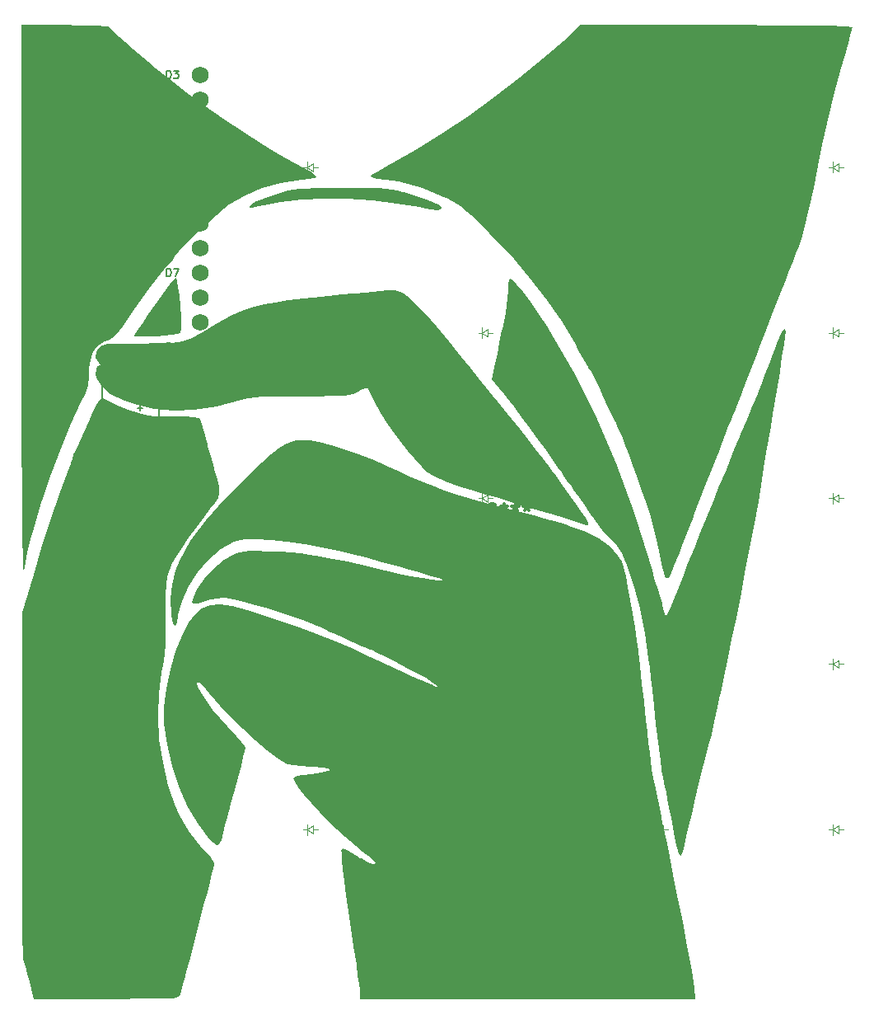
<source format=gbr>
%TF.GenerationSoftware,KiCad,Pcbnew,(6.0.4)*%
%TF.CreationDate,2022-07-18T01:28:08-04:00*%
%TF.ProjectId,lisa,6c697361-2e6b-4696-9361-645f70636258,v1.0.0*%
%TF.SameCoordinates,Original*%
%TF.FileFunction,Legend,Top*%
%TF.FilePolarity,Positive*%
%FSLAX46Y46*%
G04 Gerber Fmt 4.6, Leading zero omitted, Abs format (unit mm)*
G04 Created by KiCad (PCBNEW (6.0.4)) date 2022-07-18 01:28:08*
%MOMM*%
%LPD*%
G01*
G04 APERTURE LIST*
%ADD10C,0.300000*%
%ADD11C,0.150000*%
%ADD12C,0.100000*%
%ADD13R,1.752600X1.752600*%
%ADD14C,1.752600*%
G04 APERTURE END LIST*
D10*
%TO.C,G\u002A\u002A\u002A*%
X18957428Y28862000D02*
X18812285Y28934571D01*
X18594571Y28934571D01*
X18376857Y28862000D01*
X18231714Y28716857D01*
X18159142Y28571714D01*
X18086571Y28281428D01*
X18086571Y28063714D01*
X18159142Y27773428D01*
X18231714Y27628285D01*
X18376857Y27483142D01*
X18594571Y27410571D01*
X18739714Y27410571D01*
X18957428Y27483142D01*
X19030000Y27555714D01*
X19030000Y28063714D01*
X18739714Y28063714D01*
X19900857Y28934571D02*
X19900857Y28571714D01*
X19538000Y28716857D02*
X19900857Y28571714D01*
X20263714Y28716857D01*
X19683142Y28281428D02*
X19900857Y28571714D01*
X20118571Y28281428D01*
X21062000Y28934571D02*
X21062000Y28571714D01*
X20699142Y28716857D02*
X21062000Y28571714D01*
X21424857Y28716857D01*
X20844285Y28281428D02*
X21062000Y28571714D01*
X21279714Y28281428D01*
X22223142Y28934571D02*
X22223142Y28571714D01*
X21860285Y28716857D02*
X22223142Y28571714D01*
X22586000Y28716857D01*
X22005428Y28281428D02*
X22223142Y28571714D01*
X22440857Y28281428D01*
D11*
%TO.C,MCU1*%
X-24352380Y72608095D02*
X-24619047Y72989047D01*
X-24809523Y72608095D02*
X-24809523Y73408095D01*
X-24504761Y73408095D01*
X-24428571Y73370000D01*
X-24390476Y73331904D01*
X-24352380Y73255714D01*
X-24352380Y73141428D01*
X-24390476Y73065238D01*
X-24428571Y73027142D01*
X-24504761Y72989047D01*
X-24809523Y72989047D01*
X-24047619Y72836666D02*
X-23666666Y72836666D01*
X-24123809Y72608095D02*
X-23857142Y73408095D01*
X-23590476Y72608095D01*
X-23400000Y73408095D02*
X-23209523Y72608095D01*
X-23057142Y73179523D01*
X-22904761Y72608095D01*
X-22714285Y73408095D01*
X-24409523Y70830000D02*
X-24485714Y70868095D01*
X-24600000Y70868095D01*
X-24714285Y70830000D01*
X-24790476Y70753809D01*
X-24828571Y70677619D01*
X-24866666Y70525238D01*
X-24866666Y70410952D01*
X-24828571Y70258571D01*
X-24790476Y70182380D01*
X-24714285Y70106190D01*
X-24600000Y70068095D01*
X-24523809Y70068095D01*
X-24409523Y70106190D01*
X-24371428Y70144285D01*
X-24371428Y70410952D01*
X-24523809Y70410952D01*
X-24028571Y70068095D02*
X-24028571Y70868095D01*
X-23571428Y70068095D01*
X-23571428Y70868095D01*
X-23190476Y70068095D02*
X-23190476Y70868095D01*
X-23000000Y70868095D01*
X-22885714Y70830000D01*
X-22809523Y70753809D01*
X-22771428Y70677619D01*
X-22733333Y70525238D01*
X-22733333Y70410952D01*
X-22771428Y70258571D01*
X-22809523Y70182380D01*
X-22885714Y70106190D01*
X-23000000Y70068095D01*
X-23190476Y70068095D01*
X-24238095Y67528095D02*
X-24504761Y67909047D01*
X-24695238Y67528095D02*
X-24695238Y68328095D01*
X-24390476Y68328095D01*
X-24314285Y68290000D01*
X-24276190Y68251904D01*
X-24238095Y68175714D01*
X-24238095Y68061428D01*
X-24276190Y67985238D01*
X-24314285Y67947142D01*
X-24390476Y67909047D01*
X-24695238Y67909047D01*
X-23933333Y67566190D02*
X-23819047Y67528095D01*
X-23628571Y67528095D01*
X-23552380Y67566190D01*
X-23514285Y67604285D01*
X-23476190Y67680476D01*
X-23476190Y67756666D01*
X-23514285Y67832857D01*
X-23552380Y67870952D01*
X-23628571Y67909047D01*
X-23780952Y67947142D01*
X-23857142Y67985238D01*
X-23895238Y68023333D01*
X-23933333Y68099523D01*
X-23933333Y68175714D01*
X-23895238Y68251904D01*
X-23857142Y68290000D01*
X-23780952Y68328095D01*
X-23590476Y68328095D01*
X-23476190Y68290000D01*
X-23247619Y68328095D02*
X-22790476Y68328095D01*
X-23019047Y67528095D02*
X-23019047Y68328095D01*
X-24866666Y65788095D02*
X-24600000Y64988095D01*
X-24333333Y65788095D01*
X-23609523Y65064285D02*
X-23647619Y65026190D01*
X-23761904Y64988095D01*
X-23838095Y64988095D01*
X-23952380Y65026190D01*
X-24028571Y65102380D01*
X-24066666Y65178571D01*
X-24104761Y65330952D01*
X-24104761Y65445238D01*
X-24066666Y65597619D01*
X-24028571Y65673809D01*
X-23952380Y65750000D01*
X-23838095Y65788095D01*
X-23761904Y65788095D01*
X-23647619Y65750000D01*
X-23609523Y65711904D01*
X-22809523Y65064285D02*
X-22847619Y65026190D01*
X-22961904Y64988095D01*
X-23038095Y64988095D01*
X-23152380Y65026190D01*
X-23228571Y65102380D01*
X-23266666Y65178571D01*
X-23304761Y65330952D01*
X-23304761Y65445238D01*
X-23266666Y65597619D01*
X-23228571Y65673809D01*
X-23152380Y65750000D01*
X-23038095Y65788095D01*
X-22961904Y65788095D01*
X-22847619Y65750000D01*
X-22809523Y65711904D01*
X-24066666Y62867142D02*
X-24333333Y62867142D01*
X-24333333Y62448095D02*
X-24333333Y63248095D01*
X-23952380Y63248095D01*
X-23304761Y62981428D02*
X-23304761Y62448095D01*
X-23495238Y63286190D02*
X-23685714Y62714761D01*
X-23190476Y62714761D01*
X-24066666Y60327142D02*
X-24333333Y60327142D01*
X-24333333Y59908095D02*
X-24333333Y60708095D01*
X-23952380Y60708095D01*
X-23266666Y60708095D02*
X-23647619Y60708095D01*
X-23685714Y60327142D01*
X-23647619Y60365238D01*
X-23571428Y60403333D01*
X-23380952Y60403333D01*
X-23304761Y60365238D01*
X-23266666Y60327142D01*
X-23228571Y60250952D01*
X-23228571Y60060476D01*
X-23266666Y59984285D01*
X-23304761Y59946190D01*
X-23380952Y59908095D01*
X-23571428Y59908095D01*
X-23647619Y59946190D01*
X-23685714Y59984285D01*
X-24066666Y57787142D02*
X-24333333Y57787142D01*
X-24333333Y57368095D02*
X-24333333Y58168095D01*
X-23952380Y58168095D01*
X-23304761Y58168095D02*
X-23457142Y58168095D01*
X-23533333Y58130000D01*
X-23571428Y58091904D01*
X-23647619Y57977619D01*
X-23685714Y57825238D01*
X-23685714Y57520476D01*
X-23647619Y57444285D01*
X-23609523Y57406190D01*
X-23533333Y57368095D01*
X-23380952Y57368095D01*
X-23304761Y57406190D01*
X-23266666Y57444285D01*
X-23228571Y57520476D01*
X-23228571Y57710952D01*
X-23266666Y57787142D01*
X-23304761Y57825238D01*
X-23380952Y57863333D01*
X-23533333Y57863333D01*
X-23609523Y57825238D01*
X-23647619Y57787142D01*
X-23685714Y57710952D01*
X-24066666Y55247142D02*
X-24333333Y55247142D01*
X-24333333Y54828095D02*
X-24333333Y55628095D01*
X-23952380Y55628095D01*
X-23723809Y55628095D02*
X-23190476Y55628095D01*
X-23533333Y54828095D01*
X-24123809Y52707142D02*
X-24009523Y52669047D01*
X-23971428Y52630952D01*
X-23933333Y52554761D01*
X-23933333Y52440476D01*
X-23971428Y52364285D01*
X-24009523Y52326190D01*
X-24085714Y52288095D01*
X-24390476Y52288095D01*
X-24390476Y53088095D01*
X-24123809Y53088095D01*
X-24047619Y53050000D01*
X-24009523Y53011904D01*
X-23971428Y52935714D01*
X-23971428Y52859523D01*
X-24009523Y52783333D01*
X-24047619Y52745238D01*
X-24123809Y52707142D01*
X-24390476Y52707142D01*
X-23171428Y52288095D02*
X-23628571Y52288095D01*
X-23400000Y52288095D02*
X-23400000Y53088095D01*
X-23476190Y52973809D01*
X-23552380Y52897619D01*
X-23628571Y52859523D01*
X-24123809Y50167142D02*
X-24009523Y50129047D01*
X-23971428Y50090952D01*
X-23933333Y50014761D01*
X-23933333Y49900476D01*
X-23971428Y49824285D01*
X-24009523Y49786190D01*
X-24085714Y49748095D01*
X-24390476Y49748095D01*
X-24390476Y50548095D01*
X-24123809Y50548095D01*
X-24047619Y50510000D01*
X-24009523Y50471904D01*
X-23971428Y50395714D01*
X-23971428Y50319523D01*
X-24009523Y50243333D01*
X-24047619Y50205238D01*
X-24123809Y50167142D01*
X-24390476Y50167142D01*
X-23666666Y50548095D02*
X-23171428Y50548095D01*
X-23438095Y50243333D01*
X-23323809Y50243333D01*
X-23247619Y50205238D01*
X-23209523Y50167142D01*
X-23171428Y50090952D01*
X-23171428Y49900476D01*
X-23209523Y49824285D01*
X-23247619Y49786190D01*
X-23323809Y49748095D01*
X-23552380Y49748095D01*
X-23628571Y49786190D01*
X-23666666Y49824285D01*
X-24123809Y47627142D02*
X-24009523Y47589047D01*
X-23971428Y47550952D01*
X-23933333Y47474761D01*
X-23933333Y47360476D01*
X-23971428Y47284285D01*
X-24009523Y47246190D01*
X-24085714Y47208095D01*
X-24390476Y47208095D01*
X-24390476Y48008095D01*
X-24123809Y48008095D01*
X-24047619Y47970000D01*
X-24009523Y47931904D01*
X-23971428Y47855714D01*
X-23971428Y47779523D01*
X-24009523Y47703333D01*
X-24047619Y47665238D01*
X-24123809Y47627142D01*
X-24390476Y47627142D01*
X-23628571Y47931904D02*
X-23590476Y47970000D01*
X-23514285Y48008095D01*
X-23323809Y48008095D01*
X-23247619Y47970000D01*
X-23209523Y47931904D01*
X-23171428Y47855714D01*
X-23171428Y47779523D01*
X-23209523Y47665238D01*
X-23666666Y47208095D01*
X-23171428Y47208095D01*
X-24123809Y45087142D02*
X-24009523Y45049047D01*
X-23971428Y45010952D01*
X-23933333Y44934761D01*
X-23933333Y44820476D01*
X-23971428Y44744285D01*
X-24009523Y44706190D01*
X-24085714Y44668095D01*
X-24390476Y44668095D01*
X-24390476Y45468095D01*
X-24123809Y45468095D01*
X-24047619Y45430000D01*
X-24009523Y45391904D01*
X-23971428Y45315714D01*
X-23971428Y45239523D01*
X-24009523Y45163333D01*
X-24047619Y45125238D01*
X-24123809Y45087142D01*
X-24390476Y45087142D01*
X-23247619Y45468095D02*
X-23400000Y45468095D01*
X-23476190Y45430000D01*
X-23514285Y45391904D01*
X-23590476Y45277619D01*
X-23628571Y45125238D01*
X-23628571Y44820476D01*
X-23590476Y44744285D01*
X-23552380Y44706190D01*
X-23476190Y44668095D01*
X-23323809Y44668095D01*
X-23247619Y44706190D01*
X-23209523Y44744285D01*
X-23171428Y44820476D01*
X-23171428Y45010952D01*
X-23209523Y45087142D01*
X-23247619Y45125238D01*
X-23323809Y45163333D01*
X-23476190Y45163333D01*
X-23552380Y45125238D01*
X-23590476Y45087142D01*
X-23628571Y45010952D01*
X-14790476Y72608095D02*
X-14790476Y73408095D01*
X-14600000Y73408095D01*
X-14485714Y73370000D01*
X-14409523Y73293809D01*
X-14371428Y73217619D01*
X-14333333Y73065238D01*
X-14333333Y72950952D01*
X-14371428Y72798571D01*
X-14409523Y72722380D01*
X-14485714Y72646190D01*
X-14600000Y72608095D01*
X-14790476Y72608095D01*
X-14066666Y73408095D02*
X-13571428Y73408095D01*
X-13838095Y73103333D01*
X-13723809Y73103333D01*
X-13647619Y73065238D01*
X-13609523Y73027142D01*
X-13571428Y72950952D01*
X-13571428Y72760476D01*
X-13609523Y72684285D01*
X-13647619Y72646190D01*
X-13723809Y72608095D01*
X-13952380Y72608095D01*
X-14028571Y72646190D01*
X-14066666Y72684285D01*
X-14790476Y70068095D02*
X-14790476Y70868095D01*
X-14600000Y70868095D01*
X-14485714Y70830000D01*
X-14409523Y70753809D01*
X-14371428Y70677619D01*
X-14333333Y70525238D01*
X-14333333Y70410952D01*
X-14371428Y70258571D01*
X-14409523Y70182380D01*
X-14485714Y70106190D01*
X-14600000Y70068095D01*
X-14790476Y70068095D01*
X-14028571Y70791904D02*
X-13990476Y70830000D01*
X-13914285Y70868095D01*
X-13723809Y70868095D01*
X-13647619Y70830000D01*
X-13609523Y70791904D01*
X-13571428Y70715714D01*
X-13571428Y70639523D01*
X-13609523Y70525238D01*
X-14066666Y70068095D01*
X-13571428Y70068095D01*
X-14809523Y68290000D02*
X-14885714Y68328095D01*
X-15000000Y68328095D01*
X-15114285Y68290000D01*
X-15190476Y68213809D01*
X-15228571Y68137619D01*
X-15266666Y67985238D01*
X-15266666Y67870952D01*
X-15228571Y67718571D01*
X-15190476Y67642380D01*
X-15114285Y67566190D01*
X-15000000Y67528095D01*
X-14923809Y67528095D01*
X-14809523Y67566190D01*
X-14771428Y67604285D01*
X-14771428Y67870952D01*
X-14923809Y67870952D01*
X-14428571Y67528095D02*
X-14428571Y68328095D01*
X-13971428Y67528095D01*
X-13971428Y68328095D01*
X-13590476Y67528095D02*
X-13590476Y68328095D01*
X-13400000Y68328095D01*
X-13285714Y68290000D01*
X-13209523Y68213809D01*
X-13171428Y68137619D01*
X-13133333Y67985238D01*
X-13133333Y67870952D01*
X-13171428Y67718571D01*
X-13209523Y67642380D01*
X-13285714Y67566190D01*
X-13400000Y67528095D01*
X-13590476Y67528095D01*
X-14809523Y65750000D02*
X-14885714Y65788095D01*
X-15000000Y65788095D01*
X-15114285Y65750000D01*
X-15190476Y65673809D01*
X-15228571Y65597619D01*
X-15266666Y65445238D01*
X-15266666Y65330952D01*
X-15228571Y65178571D01*
X-15190476Y65102380D01*
X-15114285Y65026190D01*
X-15000000Y64988095D01*
X-14923809Y64988095D01*
X-14809523Y65026190D01*
X-14771428Y65064285D01*
X-14771428Y65330952D01*
X-14923809Y65330952D01*
X-14428571Y64988095D02*
X-14428571Y65788095D01*
X-13971428Y64988095D01*
X-13971428Y65788095D01*
X-13590476Y64988095D02*
X-13590476Y65788095D01*
X-13400000Y65788095D01*
X-13285714Y65750000D01*
X-13209523Y65673809D01*
X-13171428Y65597619D01*
X-13133333Y65445238D01*
X-13133333Y65330952D01*
X-13171428Y65178571D01*
X-13209523Y65102380D01*
X-13285714Y65026190D01*
X-13400000Y64988095D01*
X-13590476Y64988095D01*
X-14790476Y62448095D02*
X-14790476Y63248095D01*
X-14600000Y63248095D01*
X-14485714Y63210000D01*
X-14409523Y63133809D01*
X-14371428Y63057619D01*
X-14333333Y62905238D01*
X-14333333Y62790952D01*
X-14371428Y62638571D01*
X-14409523Y62562380D01*
X-14485714Y62486190D01*
X-14600000Y62448095D01*
X-14790476Y62448095D01*
X-13571428Y62448095D02*
X-14028571Y62448095D01*
X-13800000Y62448095D02*
X-13800000Y63248095D01*
X-13876190Y63133809D01*
X-13952380Y63057619D01*
X-14028571Y63019523D01*
X-14790476Y59908095D02*
X-14790476Y60708095D01*
X-14600000Y60708095D01*
X-14485714Y60670000D01*
X-14409523Y60593809D01*
X-14371428Y60517619D01*
X-14333333Y60365238D01*
X-14333333Y60250952D01*
X-14371428Y60098571D01*
X-14409523Y60022380D01*
X-14485714Y59946190D01*
X-14600000Y59908095D01*
X-14790476Y59908095D01*
X-13838095Y60708095D02*
X-13761904Y60708095D01*
X-13685714Y60670000D01*
X-13647619Y60631904D01*
X-13609523Y60555714D01*
X-13571428Y60403333D01*
X-13571428Y60212857D01*
X-13609523Y60060476D01*
X-13647619Y59984285D01*
X-13685714Y59946190D01*
X-13761904Y59908095D01*
X-13838095Y59908095D01*
X-13914285Y59946190D01*
X-13952380Y59984285D01*
X-13990476Y60060476D01*
X-14028571Y60212857D01*
X-14028571Y60403333D01*
X-13990476Y60555714D01*
X-13952380Y60631904D01*
X-13914285Y60670000D01*
X-13838095Y60708095D01*
X-14790476Y57368095D02*
X-14790476Y58168095D01*
X-14600000Y58168095D01*
X-14485714Y58130000D01*
X-14409523Y58053809D01*
X-14371428Y57977619D01*
X-14333333Y57825238D01*
X-14333333Y57710952D01*
X-14371428Y57558571D01*
X-14409523Y57482380D01*
X-14485714Y57406190D01*
X-14600000Y57368095D01*
X-14790476Y57368095D01*
X-13647619Y57901428D02*
X-13647619Y57368095D01*
X-13838095Y58206190D02*
X-14028571Y57634761D01*
X-13533333Y57634761D01*
X-14333333Y54904285D02*
X-14371428Y54866190D01*
X-14485714Y54828095D01*
X-14561904Y54828095D01*
X-14676190Y54866190D01*
X-14752380Y54942380D01*
X-14790476Y55018571D01*
X-14828571Y55170952D01*
X-14828571Y55285238D01*
X-14790476Y55437619D01*
X-14752380Y55513809D01*
X-14676190Y55590000D01*
X-14561904Y55628095D01*
X-14485714Y55628095D01*
X-14371428Y55590000D01*
X-14333333Y55551904D01*
X-13647619Y55628095D02*
X-13800000Y55628095D01*
X-13876190Y55590000D01*
X-13914285Y55551904D01*
X-13990476Y55437619D01*
X-14028571Y55285238D01*
X-14028571Y54980476D01*
X-13990476Y54904285D01*
X-13952380Y54866190D01*
X-13876190Y54828095D01*
X-13723809Y54828095D01*
X-13647619Y54866190D01*
X-13609523Y54904285D01*
X-13571428Y54980476D01*
X-13571428Y55170952D01*
X-13609523Y55247142D01*
X-13647619Y55285238D01*
X-13723809Y55323333D01*
X-13876190Y55323333D01*
X-13952380Y55285238D01*
X-13990476Y55247142D01*
X-14028571Y55170952D01*
X-14790476Y52288095D02*
X-14790476Y53088095D01*
X-14600000Y53088095D01*
X-14485714Y53050000D01*
X-14409523Y52973809D01*
X-14371428Y52897619D01*
X-14333333Y52745238D01*
X-14333333Y52630952D01*
X-14371428Y52478571D01*
X-14409523Y52402380D01*
X-14485714Y52326190D01*
X-14600000Y52288095D01*
X-14790476Y52288095D01*
X-14066666Y53088095D02*
X-13533333Y53088095D01*
X-13876190Y52288095D01*
X-14752380Y50167142D02*
X-14485714Y50167142D01*
X-14371428Y49748095D02*
X-14752380Y49748095D01*
X-14752380Y50548095D01*
X-14371428Y50548095D01*
X-13685714Y50548095D02*
X-13838095Y50548095D01*
X-13914285Y50510000D01*
X-13952380Y50471904D01*
X-14028571Y50357619D01*
X-14066666Y50205238D01*
X-14066666Y49900476D01*
X-14028571Y49824285D01*
X-13990476Y49786190D01*
X-13914285Y49748095D01*
X-13761904Y49748095D01*
X-13685714Y49786190D01*
X-13647619Y49824285D01*
X-13609523Y49900476D01*
X-13609523Y50090952D01*
X-13647619Y50167142D01*
X-13685714Y50205238D01*
X-13761904Y50243333D01*
X-13914285Y50243333D01*
X-13990476Y50205238D01*
X-14028571Y50167142D01*
X-14066666Y50090952D01*
X-14523809Y47627142D02*
X-14409523Y47589047D01*
X-14371428Y47550952D01*
X-14333333Y47474761D01*
X-14333333Y47360476D01*
X-14371428Y47284285D01*
X-14409523Y47246190D01*
X-14485714Y47208095D01*
X-14790476Y47208095D01*
X-14790476Y48008095D01*
X-14523809Y48008095D01*
X-14447619Y47970000D01*
X-14409523Y47931904D01*
X-14371428Y47855714D01*
X-14371428Y47779523D01*
X-14409523Y47703333D01*
X-14447619Y47665238D01*
X-14523809Y47627142D01*
X-14790476Y47627142D01*
X-13647619Y47741428D02*
X-13647619Y47208095D01*
X-13838095Y48046190D02*
X-14028571Y47474761D01*
X-13533333Y47474761D01*
X-14523809Y45087142D02*
X-14409523Y45049047D01*
X-14371428Y45010952D01*
X-14333333Y44934761D01*
X-14333333Y44820476D01*
X-14371428Y44744285D01*
X-14409523Y44706190D01*
X-14485714Y44668095D01*
X-14790476Y44668095D01*
X-14790476Y45468095D01*
X-14523809Y45468095D01*
X-14447619Y45430000D01*
X-14409523Y45391904D01*
X-14371428Y45315714D01*
X-14371428Y45239523D01*
X-14409523Y45163333D01*
X-14447619Y45125238D01*
X-14523809Y45087142D01*
X-14790476Y45087142D01*
X-13609523Y45468095D02*
X-13990476Y45468095D01*
X-14028571Y45087142D01*
X-13990476Y45125238D01*
X-13914285Y45163333D01*
X-13723809Y45163333D01*
X-13647619Y45125238D01*
X-13609523Y45087142D01*
X-13571428Y45010952D01*
X-13571428Y44820476D01*
X-13609523Y44744285D01*
X-13647619Y44706190D01*
X-13723809Y44668095D01*
X-13914285Y44668095D01*
X-13990476Y44706190D01*
X-14028571Y44744285D01*
%TO.C,G\u002A\u002A\u002A*%
G36*
X-21029546Y39640169D02*
G01*
X-20509514Y39321602D01*
X-19997960Y39064560D01*
X-19377278Y38818942D01*
X-18529861Y38534648D01*
X-18156982Y38416436D01*
X-17358476Y38184843D01*
X-16640206Y38033358D01*
X-15874743Y37946079D01*
X-14934658Y37907103D01*
X-14018785Y37900000D01*
X-12845511Y37885223D01*
X-12034683Y37838596D01*
X-11549758Y37756683D01*
X-11361804Y37650000D01*
X-11251689Y37369965D01*
X-11067116Y36784555D01*
X-10832657Y35975941D01*
X-10572888Y35026296D01*
X-10539394Y34900000D01*
X-10269300Y33885126D01*
X-10016428Y32947976D01*
X-9808406Y32190118D01*
X-9672862Y31713116D01*
X-9668944Y31700000D01*
X-9421831Y30740738D01*
X-9357663Y30043062D01*
X-9482718Y29509687D01*
X-9803274Y29043329D01*
X-9843164Y29000000D01*
X-10319584Y28441315D01*
X-10958958Y27618157D01*
X-11708081Y26602617D01*
X-12513749Y25466784D01*
X-13304045Y24310676D01*
X-13819327Y23518137D01*
X-14210293Y22829987D01*
X-14493980Y22170719D01*
X-14687425Y21464825D01*
X-14807668Y20636798D01*
X-14871744Y19611130D01*
X-14896692Y18312315D01*
X-14900000Y17237724D01*
X-14908654Y15725664D01*
X-14938596Y14528093D01*
X-14995794Y13559793D01*
X-15086221Y12735546D01*
X-15215846Y11970134D01*
X-15295672Y11589869D01*
X-15606973Y9492184D01*
X-15683843Y7182415D01*
X-15538901Y4763064D01*
X-15184768Y2336636D01*
X-14634064Y5634D01*
X-13899407Y-2127437D01*
X-13495877Y-3028935D01*
X-12538964Y-4646964D01*
X-11300751Y-6157780D01*
X-10712747Y-6817566D01*
X-10246289Y-7398358D01*
X-9960672Y-7822929D01*
X-9900000Y-7982183D01*
X-9923596Y-8160406D01*
X-9999102Y-8518706D01*
X-10133595Y-9084786D01*
X-10334154Y-9886347D01*
X-10607857Y-10951093D01*
X-10961781Y-12306724D01*
X-11403004Y-13980944D01*
X-11938604Y-16001453D01*
X-12204043Y-17000000D01*
X-12388597Y-17694844D01*
X-12626884Y-18593396D01*
X-12870375Y-19512654D01*
X-12893493Y-19600000D01*
X-13103894Y-20389537D01*
X-13285020Y-21059407D01*
X-13404825Y-21491355D01*
X-13421946Y-21550000D01*
X-13471887Y-21640516D01*
X-13587297Y-21714001D01*
X-13806220Y-21772213D01*
X-14166699Y-21816914D01*
X-14706779Y-21849864D01*
X-15464504Y-21872823D01*
X-16477918Y-21887553D01*
X-17785066Y-21895813D01*
X-19423991Y-21899365D01*
X-20985052Y-21900000D01*
X-28443148Y-21900000D01*
X-28891735Y-20150000D01*
X-29115037Y-19302103D01*
X-29323549Y-18550644D01*
X-29482833Y-18018379D01*
X-29522970Y-17900000D01*
X-29552148Y-17620079D01*
X-29578260Y-16964100D01*
X-29601134Y-15955995D01*
X-29620599Y-14619695D01*
X-29636483Y-12979133D01*
X-29648613Y-11058239D01*
X-29656820Y-8880945D01*
X-29660930Y-6471184D01*
X-29660773Y-3852885D01*
X-29656176Y-1049982D01*
X-29652810Y200000D01*
X-29600000Y17800000D01*
X-28456490Y21700000D01*
X-27669982Y24335177D01*
X-26941204Y26680883D01*
X-26277299Y28715631D01*
X-25685414Y30417931D01*
X-25172693Y31766294D01*
X-24882972Y32447821D01*
X-24652030Y33012469D01*
X-24515666Y33449052D01*
X-24500001Y33557821D01*
X-24386455Y33943000D01*
X-24339583Y34010001D01*
X-24203459Y34258785D01*
X-23949096Y34798861D01*
X-23612075Y35552277D01*
X-23227979Y36441084D01*
X-23202946Y36500000D01*
X-22791933Y37440945D01*
X-22397705Y38295146D01*
X-22065443Y38967611D01*
X-21842909Y39359600D01*
X-21555737Y39723037D01*
X-21320407Y39790768D01*
X-21029546Y39640169D01*
G37*
G36*
X-76200Y35441747D02*
G01*
X9055Y35434108D01*
X1219379Y35228911D01*
X2729404Y34814464D01*
X4505374Y34202435D01*
X6513529Y33404492D01*
X8720113Y32432305D01*
X8800000Y32395507D01*
X10182313Y31764726D01*
X11392820Y31232558D01*
X12501920Y30775001D01*
X13580014Y30368056D01*
X14697502Y29987720D01*
X15924784Y29609992D01*
X17332258Y29210872D01*
X18990327Y28766357D01*
X20900000Y28270307D01*
X22238732Y27925304D01*
X23263576Y27659510D01*
X24048082Y27452681D01*
X24665800Y27284572D01*
X25190279Y27134937D01*
X25695071Y26983532D01*
X26253724Y26810111D01*
X26600000Y26701341D01*
X28244494Y26083561D01*
X29660197Y25348256D01*
X30800777Y24527088D01*
X31619905Y23651718D01*
X31975476Y23027846D01*
X32168130Y22434858D01*
X32395807Y21522505D01*
X32643818Y20368320D01*
X32897473Y19049836D01*
X33142085Y17644587D01*
X33362965Y16230106D01*
X33545425Y14883927D01*
X33591045Y14500000D01*
X33835736Y12353876D01*
X34050832Y10454541D01*
X34253256Y8651497D01*
X34459930Y6794248D01*
X34603094Y5500000D01*
X34729958Y4371819D01*
X34845513Y3415031D01*
X34962952Y2550927D01*
X35095474Y1700795D01*
X35256275Y785926D01*
X35458550Y-272391D01*
X35715497Y-1552865D01*
X36040310Y-3134207D01*
X36095242Y-3400000D01*
X36710105Y-6390860D01*
X37274347Y-9170140D01*
X37783605Y-11715164D01*
X38233514Y-14003258D01*
X38619707Y-16011748D01*
X38937820Y-17717959D01*
X39183487Y-19099216D01*
X39352345Y-20132846D01*
X39435337Y-20750000D01*
X39556982Y-21900000D01*
X5100000Y-21900000D01*
X5100000Y-21402848D01*
X5070206Y-21020299D01*
X4988900Y-20336705D01*
X4868190Y-19445933D01*
X4720185Y-18441845D01*
X4706514Y-18352848D01*
X4423526Y-16484639D01*
X4155618Y-14654464D01*
X3908458Y-12906155D01*
X3687711Y-11283542D01*
X3499048Y-9830454D01*
X3348134Y-8590724D01*
X3240639Y-7608181D01*
X3182229Y-6926655D01*
X3178573Y-6589977D01*
X3183117Y-6571874D01*
X3314390Y-6442187D01*
X3587758Y-6516096D01*
X4079734Y-6817845D01*
X4183986Y-6888982D01*
X4716099Y-7231581D01*
X5126026Y-7453291D01*
X5269368Y-7500000D01*
X5518651Y-7639524D01*
X5533333Y-7669058D01*
X5740915Y-7834301D01*
X6115837Y-7961439D01*
X6489719Y-8013269D01*
X6694183Y-7952593D01*
X6700000Y-7926812D01*
X6548700Y-7703635D01*
X6181355Y-7407118D01*
X6150000Y-7386320D01*
X5695623Y-7068991D01*
X5378465Y-6813319D01*
X5139061Y-6599463D01*
X4670183Y-6192927D01*
X4047807Y-5659289D01*
X3575952Y-5257508D01*
X2735227Y-4503523D01*
X1842490Y-3634565D01*
X948848Y-2708060D01*
X105409Y-1781437D01*
X-636721Y-912121D01*
X-1226435Y-157541D01*
X-1612624Y424877D01*
X-1737787Y713361D01*
X-1678304Y862124D01*
X-1389034Y983075D01*
X-812969Y1091442D01*
X83717Y1200000D01*
X1126239Y1335652D01*
X1769288Y1474427D01*
X2013273Y1609777D01*
X1858603Y1735159D01*
X1305687Y1844026D01*
X354936Y1929833D01*
X36939Y1947848D01*
X-886051Y2015991D01*
X-1702124Y2114312D01*
X-2300631Y2227505D01*
X-2520035Y2301526D01*
X-3424324Y2856862D01*
X-4509751Y3665491D01*
X-5709706Y4666668D01*
X-6957580Y5799646D01*
X-8186762Y7003680D01*
X-9330642Y8218025D01*
X-10322610Y9381934D01*
X-10423286Y9508977D01*
X-11025204Y10222385D01*
X-11435777Y10604962D01*
X-11651219Y10679176D01*
X-11667744Y10467496D01*
X-11481566Y9992392D01*
X-11088899Y9276334D01*
X-10593303Y8500000D01*
X-10050279Y7770206D01*
X-9332169Y6910463D01*
X-8558705Y6061163D01*
X-8209581Y5705006D01*
X-7586661Y5060248D01*
X-7088770Y4491885D01*
X-6776315Y4072178D01*
X-6700000Y3899252D01*
X-6752633Y3572354D01*
X-6901066Y2916422D01*
X-7131103Y1987003D01*
X-7428546Y839642D01*
X-7779201Y-470116D01*
X-8168868Y-1886724D01*
X-8284448Y-2300000D01*
X-8528309Y-3193660D01*
X-8762329Y-4092665D01*
X-8935278Y-4800000D01*
X-9152292Y-5600639D01*
X-9374862Y-6028525D01*
X-9646486Y-6109103D01*
X-10010664Y-5867814D01*
X-10283231Y-5588444D01*
X-11492006Y-4027008D01*
X-12576401Y-2173948D01*
X-13504256Y-121382D01*
X-14243409Y2038572D01*
X-14761702Y4213794D01*
X-15026974Y6312165D01*
X-15027166Y8000000D01*
X-14795606Y9996205D01*
X-14401267Y11946049D01*
X-13868344Y13775754D01*
X-13221035Y15411540D01*
X-12483534Y16779631D01*
X-11882103Y17589828D01*
X-11179460Y18192329D01*
X-10331038Y18535329D01*
X-9294127Y18622470D01*
X-8026018Y18457395D01*
X-6500000Y18048812D01*
X-3911987Y17212150D01*
X-1628278Y16431360D01*
X436945Y15673975D01*
X2369499Y14907531D01*
X4255205Y14099562D01*
X5800000Y13395740D01*
X7324644Y12685058D01*
X8533402Y12123178D01*
X9472517Y11689013D01*
X10188233Y11361477D01*
X10726794Y11119483D01*
X11134442Y10941944D01*
X11457422Y10807774D01*
X11600000Y10750997D01*
X12160791Y10508958D01*
X12581024Y10289698D01*
X12654833Y10239842D01*
X12929811Y10120086D01*
X13011074Y10144409D01*
X12947826Y10303340D01*
X12561668Y10602128D01*
X11836519Y11052300D01*
X11362760Y11325854D01*
X10877876Y11589803D01*
X10185445Y11951988D01*
X9360687Y12374752D01*
X8478824Y12820438D01*
X7615078Y13251387D01*
X6844670Y13629942D01*
X6242822Y13918445D01*
X5884754Y14079238D01*
X5821383Y14100000D01*
X5603747Y14178724D01*
X5114489Y14388763D01*
X4443822Y14690919D01*
X4157631Y14822915D01*
X3321531Y15208459D01*
X2516425Y15575497D01*
X1892494Y15855647D01*
X1800000Y15896402D01*
X1096546Y16204853D01*
X400565Y16510305D01*
X300000Y16554474D01*
X-619337Y16925781D01*
X-1749485Y17332048D01*
X-3014624Y17751138D01*
X-4338933Y18160914D01*
X-5646593Y18539242D01*
X-6861783Y18863983D01*
X-7908683Y19113001D01*
X-8711472Y19264161D01*
X-9103775Y19300000D01*
X-9596300Y19240544D01*
X-10294422Y19086601D01*
X-10873415Y18923701D01*
X-11616380Y18722861D01*
X-12036948Y18688270D01*
X-12166442Y18773701D01*
X-12122550Y19055875D01*
X-11925511Y19570977D01*
X-11641733Y20160527D01*
X-10918694Y21243715D01*
X-9944292Y22297120D01*
X-8849550Y23193476D01*
X-7995356Y23702249D01*
X-7620628Y23870976D01*
X-7258915Y23987598D01*
X-6833065Y24058782D01*
X-6265927Y24091195D01*
X-5480351Y24091504D01*
X-4399187Y24066375D01*
X-3938119Y24052847D01*
X-2935960Y24013253D01*
X-1992558Y23951354D01*
X-1052258Y23857776D01*
X-59403Y23723145D01*
X1041660Y23538083D01*
X2306588Y23293217D01*
X3791035Y22979170D01*
X5550657Y22586568D01*
X7641109Y22106035D01*
X7700000Y22092371D01*
X9078022Y21783999D01*
X10372378Y21515691D01*
X11525157Y21297594D01*
X12478445Y21139852D01*
X13174330Y21052612D01*
X13554900Y21046018D01*
X13596156Y21059429D01*
X13572622Y21182277D01*
X13245255Y21314762D01*
X13198900Y21326301D01*
X12807218Y21428765D01*
X12111050Y21620184D01*
X11190133Y21878271D01*
X10124200Y22180740D01*
X9400000Y22388103D01*
X7394053Y22957734D01*
X5690291Y23424558D01*
X4209923Y23807654D01*
X2874155Y24126102D01*
X1604196Y24398981D01*
X321253Y24645370D01*
X-573869Y24803256D01*
X-2417603Y25080100D01*
X-4095045Y25254892D01*
X-5556781Y25325914D01*
X-6753395Y25291447D01*
X-7635475Y25149774D01*
X-7900000Y25058006D01*
X-9225090Y24289321D01*
X-10484340Y23211620D01*
X-11614718Y21909001D01*
X-12553191Y20465565D01*
X-13236727Y18965410D01*
X-13602293Y17492634D01*
X-13608704Y17441375D01*
X-13739555Y16724405D01*
X-13898039Y16399473D01*
X-14063534Y16461540D01*
X-14215416Y16905566D01*
X-14322210Y17615746D01*
X-14367848Y19112689D01*
X-14222399Y20637613D01*
X-13906946Y22050250D01*
X-13497018Y23105909D01*
X-12315040Y25120922D01*
X-10753258Y27237804D01*
X-8816865Y29449903D01*
X-7465411Y30831891D01*
X-6121742Y32144195D01*
X-5010477Y33193830D01*
X-4088011Y34007643D01*
X-3310741Y34612483D01*
X-2635063Y35035196D01*
X-2017373Y35302631D01*
X-1414069Y35441636D01*
X-781546Y35479059D01*
X-76200Y35441747D01*
G37*
G36*
X20744468Y51932839D02*
G01*
X21205327Y51452366D01*
X21821420Y50690101D01*
X22569008Y49677565D01*
X23424352Y48446276D01*
X24363713Y47027754D01*
X24830875Y46300000D01*
X27218324Y42235801D01*
X29422660Y37839822D01*
X31447240Y33104282D01*
X33295420Y28021399D01*
X34794426Y23200000D01*
X35120287Y22082865D01*
X35434831Y21027714D01*
X35709543Y20128599D01*
X35915909Y19479573D01*
X35976816Y19300000D01*
X36170378Y18659448D01*
X36284452Y18105225D01*
X36297089Y17950000D01*
X36374735Y17598694D01*
X36500000Y17500000D01*
X36694881Y17545757D01*
X36700000Y17559007D01*
X36772940Y17765083D01*
X36980226Y18298662D01*
X37304553Y19117109D01*
X37728617Y20177790D01*
X38235114Y21438071D01*
X38806741Y22855315D01*
X39426192Y24386888D01*
X40076164Y25990156D01*
X40739354Y27622483D01*
X41398456Y29241234D01*
X42036167Y30803774D01*
X42635182Y32267470D01*
X43178199Y33589685D01*
X43647912Y34727785D01*
X44027018Y35639134D01*
X44298212Y36281099D01*
X44306326Y36300000D01*
X44783046Y37409611D01*
X45140630Y38244362D01*
X45417272Y38897155D01*
X45651165Y39460890D01*
X45880502Y40028470D01*
X46143478Y40692794D01*
X46478285Y41546764D01*
X46773052Y42300000D01*
X47159926Y43300862D01*
X47526402Y44270996D01*
X47828315Y45092219D01*
X48006231Y45600000D01*
X48314963Y46411011D01*
X48573594Y46833871D01*
X48787247Y46876597D01*
X48809583Y46857083D01*
X48823673Y46652706D01*
X48773904Y46123010D01*
X48658585Y45256775D01*
X48476027Y44042783D01*
X48224541Y42469817D01*
X47902436Y40526658D01*
X47508022Y38202087D01*
X47490545Y38100000D01*
X47293543Y36929238D01*
X47067507Y35554072D01*
X46843604Y34165541D01*
X46691099Y33200000D01*
X46393919Y31373486D01*
X46026007Y29239497D01*
X45603004Y26881123D01*
X45140551Y24381452D01*
X44654288Y21823576D01*
X44159855Y19290582D01*
X43672892Y16865560D01*
X43209040Y14631599D01*
X43095801Y14100000D01*
X42899161Y13168446D01*
X42654267Y11987694D01*
X42390605Y10700921D01*
X42137659Y9451302D01*
X42107292Y9300000D01*
X41837050Y8009681D01*
X41525172Y6611227D01*
X41209355Y5269011D01*
X40927296Y4147409D01*
X40914737Y4100000D01*
X40561286Y2755819D01*
X40235645Y1483069D01*
X39913630Y183044D01*
X39571060Y-1242965D01*
X39183751Y-2893667D01*
X38881300Y-4200000D01*
X38640089Y-5213348D01*
X38417624Y-6088582D01*
X38234022Y-6750778D01*
X38109403Y-7125017D01*
X38082324Y-7175440D01*
X37946267Y-7117310D01*
X37788310Y-6761660D01*
X37735743Y-6575440D01*
X37626616Y-6094166D01*
X37462853Y-5317814D01*
X37264616Y-4344255D01*
X37052064Y-3271355D01*
X36999231Y-3000000D01*
X36776618Y-1855087D01*
X36555815Y-724204D01*
X36360315Y272618D01*
X36213612Y1015348D01*
X36196753Y1100000D01*
X36092026Y1717312D01*
X35958644Y2642525D01*
X35808462Y3785596D01*
X35653334Y5056483D01*
X35512199Y6300000D01*
X35301490Y8227837D01*
X35126756Y9810525D01*
X34981332Y11100635D01*
X34858553Y12150740D01*
X34751754Y13013411D01*
X34654270Y13741221D01*
X34559438Y14386741D01*
X34460592Y15002544D01*
X34351067Y15641200D01*
X34269832Y16100000D01*
X33780606Y18512791D01*
X33230753Y20619101D01*
X32627590Y22399542D01*
X31978435Y23834728D01*
X31290605Y24905271D01*
X30730994Y25475452D01*
X30271415Y25922157D01*
X29695786Y26600190D01*
X29094986Y27398561D01*
X28782826Y27854702D01*
X28190653Y28740339D01*
X27571113Y29642691D01*
X27022896Y30418878D01*
X26817544Y30700000D01*
X26370781Y31309055D01*
X26001865Y31826181D01*
X25800000Y32125072D01*
X25442010Y32669528D01*
X24888608Y33465427D01*
X24188170Y34447095D01*
X23389076Y35548855D01*
X22539705Y36705030D01*
X21688435Y37849945D01*
X20883645Y38917923D01*
X20173714Y39843289D01*
X19607021Y40560366D01*
X19411345Y40797937D01*
X18622691Y41735542D01*
X18976339Y43367771D01*
X19190329Y44373759D01*
X19414319Y45455696D01*
X19600568Y46382910D01*
X19603915Y46400000D01*
X19776415Y47244358D01*
X19954223Y48055974D01*
X20084150Y48600000D01*
X20194808Y49235220D01*
X20271562Y50067524D01*
X20295228Y50750000D01*
X20319630Y51426201D01*
X20379106Y51910517D01*
X20460886Y52099928D01*
X20462581Y52100000D01*
X20744468Y51932839D01*
G37*
G36*
X44618892Y78098206D02*
G01*
X47127388Y78092620D01*
X49273121Y78082937D01*
X51074704Y78068851D01*
X52550748Y78050056D01*
X53719865Y78026246D01*
X54600665Y77997117D01*
X55211761Y77962363D01*
X55571763Y77921678D01*
X55699283Y77874757D01*
X55700000Y77870621D01*
X55645402Y77598687D01*
X55496735Y77027706D01*
X55276690Y76241211D01*
X55007958Y75322737D01*
X55007326Y75320621D01*
X54461347Y73394392D01*
X53879842Y71167958D01*
X53285528Y68736851D01*
X52701122Y66196602D01*
X52149339Y63642744D01*
X51697155Y61400000D01*
X51259726Y59285430D01*
X50834476Y57510453D01*
X50427112Y56097652D01*
X50180780Y55400000D01*
X49905625Y54694514D01*
X49583193Y53868409D01*
X49198493Y52883316D01*
X48736533Y51700865D01*
X48182321Y50282687D01*
X47520866Y48590412D01*
X46737176Y46585670D01*
X46234549Y45300000D01*
X45778654Y44128302D01*
X45274249Y42823053D01*
X44795084Y41575468D01*
X44533953Y40890915D01*
X44177323Y39961396D01*
X43840871Y39100376D01*
X43568323Y38418911D01*
X43431485Y38090915D01*
X43235668Y37618126D01*
X42942668Y36882457D01*
X42596472Y35995290D01*
X42329329Y35300000D01*
X42044230Y34557752D01*
X41640694Y33514351D01*
X41146402Y32241001D01*
X40589036Y30808906D01*
X39996279Y29289270D01*
X39395811Y27753297D01*
X39335802Y27600000D01*
X38779844Y26178165D01*
X38268083Y24865955D01*
X37819647Y23712684D01*
X37453665Y22767666D01*
X37189262Y22080215D01*
X37045566Y21699644D01*
X37027960Y21650000D01*
X36806237Y21345162D01*
X36535626Y21352560D01*
X36395906Y21550000D01*
X36317008Y21844987D01*
X36180230Y22432128D01*
X36008354Y23211796D01*
X35904289Y23700000D01*
X35568074Y25223153D01*
X35227896Y26586347D01*
X34847126Y27916029D01*
X34389137Y29338642D01*
X33817302Y30980630D01*
X33702780Y31300000D01*
X33215728Y32652690D01*
X32836841Y33698070D01*
X32538798Y34505189D01*
X32294280Y35143094D01*
X32075967Y35680831D01*
X31856538Y36187449D01*
X31608675Y36731993D01*
X31305056Y37383513D01*
X31244550Y37512829D01*
X30598846Y38890195D01*
X30090991Y39965527D01*
X29690874Y40799816D01*
X29368385Y41454056D01*
X29093413Y41989242D01*
X28835850Y42466365D01*
X28565584Y42946421D01*
X28540805Y42989761D01*
X28064758Y43827550D01*
X27557871Y44728509D01*
X27239485Y45300000D01*
X25893040Y47529843D01*
X24270065Y49876991D01*
X22438128Y52254791D01*
X20464794Y54576595D01*
X18417632Y56755752D01*
X17923471Y57247272D01*
X16928526Y58202680D01*
X16116733Y58926402D01*
X15403838Y59484230D01*
X14705584Y59941954D01*
X13937717Y60365368D01*
X13916079Y60376504D01*
X11540903Y61386293D01*
X9087523Y62022912D01*
X7749209Y62205571D01*
X6855457Y62322116D01*
X6319280Y62468284D01*
X6154118Y62637441D01*
X6373410Y62822956D01*
X6440067Y62851692D01*
X6773408Y63012210D01*
X7352867Y63314933D01*
X8075987Y63705865D01*
X8402916Y63886159D01*
X10943673Y65365905D01*
X13602696Y67042725D01*
X16304443Y68861940D01*
X18973368Y70768874D01*
X21533929Y72708849D01*
X23910581Y74627186D01*
X26027780Y76469208D01*
X26866676Y77250000D01*
X27758047Y78100000D01*
X41729023Y78100000D01*
X44618892Y78098206D01*
G37*
G36*
X-23906655Y78092929D02*
G01*
X-22758641Y78073111D01*
X-21812406Y78042642D01*
X-21124395Y78003614D01*
X-20751055Y77958123D01*
X-20700001Y77933037D01*
X-20556373Y77742816D01*
X-20167830Y77358289D01*
X-19597880Y76839854D01*
X-19070204Y76383037D01*
X-18163006Y75611743D01*
X-17150273Y74748476D01*
X-16204996Y73940758D01*
X-15903150Y73682237D01*
X-14470934Y72507387D01*
X-12796366Y71221970D01*
X-10950596Y69874145D01*
X-9004773Y68512070D01*
X-7030046Y67183902D01*
X-5097565Y65937799D01*
X-3278479Y64821918D01*
X-1643937Y63884418D01*
X-668143Y63370359D01*
X-30101Y63024750D01*
X423124Y62729962D01*
X611987Y62539208D01*
X609611Y62515552D01*
X374802Y62417995D01*
X-150696Y62312234D01*
X-858655Y62219481D01*
X-945562Y62210735D01*
X-3077274Y61899667D01*
X-4958355Y61387583D01*
X-6704261Y60634648D01*
X-8347219Y59657050D01*
X-8927067Y59223247D01*
X-9678627Y58595928D01*
X-10532132Y57840609D01*
X-11417814Y57022810D01*
X-12265905Y56208048D01*
X-13006639Y55461842D01*
X-13570249Y54849709D01*
X-13860966Y54479122D01*
X-14175197Y54046049D01*
X-14641292Y53458714D01*
X-15043322Y52979122D01*
X-15743999Y52125501D01*
X-16572826Y51054007D01*
X-17446335Y49878265D01*
X-18281056Y48711900D01*
X-18993521Y47668537D01*
X-19334731Y47137315D01*
X-19882406Y46359140D01*
X-20358156Y45924470D01*
X-20612066Y45814844D01*
X-21132006Y45601210D01*
X-21711868Y45251042D01*
X-21806357Y45181592D01*
X-22193018Y44814971D01*
X-22461120Y44353397D01*
X-22636213Y43714414D01*
X-22743846Y42815565D01*
X-22792171Y42000000D01*
X-22891314Y41151673D01*
X-23138499Y40314987D01*
X-23582090Y39326530D01*
X-23585373Y39319950D01*
X-24609525Y37133667D01*
X-25650359Y34659840D01*
X-26664945Y32006461D01*
X-27610357Y29281517D01*
X-27767215Y28800000D01*
X-28132686Y27623632D01*
X-28481402Y26423309D01*
X-28792959Y25277444D01*
X-29046951Y24264447D01*
X-29222973Y23462733D01*
X-29300620Y22950711D01*
X-29302559Y22900000D01*
X-29381011Y22387422D01*
X-29500000Y22100000D01*
X-29529664Y22251502D01*
X-29557033Y22797961D01*
X-29582073Y23734343D01*
X-29604748Y25055613D01*
X-29625023Y26756735D01*
X-29642862Y28832673D01*
X-29658229Y31278393D01*
X-29671088Y34088859D01*
X-29681405Y37259036D01*
X-29689143Y40783888D01*
X-29694267Y44658380D01*
X-29696741Y48877476D01*
X-29696938Y49950000D01*
X-29700000Y78100000D01*
X-25200000Y78100000D01*
X-23906655Y78092929D01*
G37*
G36*
X9193477Y50718312D02*
G01*
X9560113Y50524652D01*
X10167846Y50072758D01*
X10926297Y49370351D01*
X11850699Y48400844D01*
X12956289Y47147652D01*
X14258303Y45594190D01*
X15532720Y44022918D01*
X16420670Y42917393D01*
X17285215Y41845094D01*
X18074480Y40870052D01*
X18736592Y40056300D01*
X19219677Y39467870D01*
X19340280Y39322918D01*
X19939998Y38594609D01*
X20676996Y37681120D01*
X21495496Y36653521D01*
X22339720Y35582879D01*
X23153892Y34540262D01*
X23882234Y33596739D01*
X24468968Y32823377D01*
X24852167Y32300000D01*
X25215045Y31790407D01*
X25745259Y31053769D01*
X26373746Y30185710D01*
X27031445Y29281854D01*
X27081625Y29213096D01*
X27793331Y28213847D01*
X28262203Y27492931D01*
X28502438Y27022189D01*
X28528233Y26773463D01*
X28353782Y26718597D01*
X28338196Y26720713D01*
X28101805Y26791644D01*
X27575629Y26966176D01*
X26847137Y27214950D01*
X26300000Y27404847D01*
X25458083Y27688819D01*
X24731725Y27915531D01*
X24220458Y28054860D01*
X24055469Y28084134D01*
X23730717Y28151121D01*
X23122456Y28319798D01*
X22325734Y28562648D01*
X21655469Y28778965D01*
X20615937Y29113408D01*
X19359136Y29504310D01*
X18052922Y29900067D01*
X17000000Y30210179D01*
X15266485Y30741190D01*
X13886984Y31233131D01*
X12819707Y31704749D01*
X12022868Y32174788D01*
X11454681Y32661995D01*
X11400000Y32722366D01*
X9997106Y34359054D01*
X8853459Y35793803D01*
X7926090Y37086713D01*
X7172029Y38297886D01*
X6548307Y39487423D01*
X6518545Y39550000D01*
X6205602Y40197560D01*
X5962352Y40675506D01*
X5834364Y40894836D01*
X5827349Y40900000D01*
X5635225Y40817800D01*
X5202458Y40607959D01*
X4887565Y40450000D01*
X4595089Y40310666D01*
X4299377Y40203276D01*
X3945513Y40123508D01*
X3478583Y40067043D01*
X2843672Y40029557D01*
X1985864Y40006731D01*
X850245Y39994242D01*
X-618101Y39987770D01*
X-1000000Y39986701D01*
X-2646742Y39977683D01*
X-3949027Y39958289D01*
X-4962334Y39925350D01*
X-5742143Y39875693D01*
X-6343933Y39806148D01*
X-6823182Y39713544D01*
X-7100000Y39638042D01*
X-9635409Y38968813D01*
X-11947484Y38586256D01*
X-14091598Y38490125D01*
X-16123125Y38680172D01*
X-18097439Y39156152D01*
X-19289841Y39583794D01*
X-20537375Y40207517D01*
X-21411199Y40931806D01*
X-21901867Y41704507D01*
X-22054473Y42279112D01*
X-22046808Y42778684D01*
X-21894682Y43090687D01*
X-21700865Y43135205D01*
X-21544271Y43149859D01*
X-21677442Y43362371D01*
X-21755613Y43450953D01*
X-22061214Y43967783D01*
X-21998740Y44491793D01*
X-21717583Y44927844D01*
X-21576317Y45088793D01*
X-21412174Y45208391D01*
X-21168224Y45292927D01*
X-20787537Y45348693D01*
X-20213181Y45381980D01*
X-19388227Y45399080D01*
X-18255744Y45406284D01*
X-17367583Y45408554D01*
X-15918652Y45415077D01*
X-14794473Y45438454D01*
X-13919796Y45494982D01*
X-13219375Y45600957D01*
X-12617960Y45772678D01*
X-12040304Y46026441D01*
X-11411157Y46378543D01*
X-10655273Y46845281D01*
X-10613866Y46871251D01*
X-9753299Y47403070D01*
X-8961123Y47865898D01*
X-8200765Y48267607D01*
X-7435650Y48616070D01*
X-6629205Y48919160D01*
X-5744855Y49184748D01*
X-4746028Y49420708D01*
X-3596148Y49634911D01*
X-2258643Y49835231D01*
X-696938Y50029539D01*
X1125540Y50225707D01*
X3245366Y50431609D01*
X5699113Y50655117D01*
X7846748Y50844843D01*
X8614851Y50859828D01*
X9193477Y50718312D01*
G37*
G36*
X-13714887Y51838332D02*
G01*
X-13602251Y51231976D01*
X-13491706Y50269792D01*
X-13405039Y49272800D01*
X-13324539Y48146287D01*
X-13292240Y47357911D01*
X-13309058Y46848616D01*
X-13375908Y46559343D01*
X-13448652Y46459624D01*
X-13716040Y46377697D01*
X-14262586Y46295726D01*
X-14993502Y46219865D01*
X-15814004Y46156270D01*
X-16629307Y46111098D01*
X-17344625Y46090505D01*
X-17865172Y46100646D01*
X-18096164Y46147678D01*
X-18100000Y46157535D01*
X-17987825Y46395979D01*
X-17679978Y46893728D01*
X-17219481Y47589106D01*
X-16649355Y48420442D01*
X-16012622Y49326062D01*
X-15352303Y50244292D01*
X-14711419Y51113461D01*
X-14132990Y51871894D01*
X-13966357Y52083334D01*
X-13834596Y52113803D01*
X-13714887Y51838332D01*
G37*
G36*
X4921658Y61385165D02*
G01*
X6111823Y61372984D01*
X7038963Y61345651D01*
X7771545Y61298329D01*
X8378039Y61226184D01*
X8926914Y61124378D01*
X9486636Y60988076D01*
X9643725Y60946029D01*
X10698039Y60632501D01*
X11676772Y60291051D01*
X12510135Y59951269D01*
X13128339Y59642746D01*
X13461594Y59395070D01*
X13500000Y59311006D01*
X13393888Y59167915D01*
X13045080Y59127759D01*
X12407865Y59192169D01*
X11436529Y59362777D01*
X11300000Y59389544D01*
X8852916Y59798891D01*
X6328540Y60084197D01*
X3802008Y60244531D01*
X1348457Y60278964D01*
X-956977Y60186565D01*
X-3039160Y59966403D01*
X-4822953Y59617548D01*
X-4926478Y59590477D01*
X-5641153Y59405972D01*
X-6053188Y59323719D01*
X-6244876Y59337229D01*
X-6298512Y59440012D01*
X-6300000Y59482159D01*
X-6116354Y59702413D01*
X-5608961Y59987749D01*
X-4843142Y60310365D01*
X-3884218Y60642463D01*
X-2900000Y60929168D01*
X-2306980Y61078075D01*
X-1747046Y61190731D01*
X-1150937Y61272170D01*
X-449388Y61327427D01*
X426863Y61361535D01*
X1547079Y61379528D01*
X2980524Y61386439D01*
X3400000Y61387030D01*
X4921658Y61385165D01*
G37*
D12*
%TO.C,D1*%
X250000Y-4500000D02*
X750000Y-4500000D01*
X250000Y-4900000D02*
X-350000Y-4500000D01*
X250000Y-4100000D02*
X250000Y-4900000D01*
X-350000Y-4500000D02*
X250000Y-4100000D01*
X-350000Y-4500000D02*
X-350000Y-5050000D01*
X-350000Y-4500000D02*
X-350000Y-3950000D01*
X-750000Y-4500000D02*
X-350000Y-4500000D01*
%TO.C,D2*%
X250000Y12500000D02*
X750000Y12500000D01*
X250000Y12100000D02*
X-350000Y12500000D01*
X250000Y12900000D02*
X250000Y12100000D01*
X-350000Y12500000D02*
X250000Y12900000D01*
X-350000Y12500000D02*
X-350000Y11950000D01*
X-350000Y12500000D02*
X-350000Y13050000D01*
X-750000Y12500000D02*
X-350000Y12500000D01*
%TO.C,D3*%
X250000Y29500000D02*
X750000Y29500000D01*
X250000Y29100000D02*
X-350000Y29500000D01*
X250000Y29900000D02*
X250000Y29100000D01*
X-350000Y29500000D02*
X250000Y29900000D01*
X-350000Y29500000D02*
X-350000Y28950000D01*
X-350000Y29500000D02*
X-350000Y30050000D01*
X-750000Y29500000D02*
X-350000Y29500000D01*
%TO.C,D4*%
X250000Y46500000D02*
X750000Y46500000D01*
X250000Y46100000D02*
X-350000Y46500000D01*
X250000Y46900000D02*
X250000Y46100000D01*
X-350000Y46500000D02*
X250000Y46900000D01*
X-350000Y46500000D02*
X-350000Y45950000D01*
X-350000Y46500000D02*
X-350000Y47050000D01*
X-750000Y46500000D02*
X-350000Y46500000D01*
%TO.C,D5*%
X250000Y63500000D02*
X750000Y63500000D01*
X250000Y63100000D02*
X-350000Y63500000D01*
X250000Y63900000D02*
X250000Y63100000D01*
X-350000Y63500000D02*
X250000Y63900000D01*
X-350000Y63500000D02*
X-350000Y62950000D01*
X-350000Y63500000D02*
X-350000Y64050000D01*
X-750000Y63500000D02*
X-350000Y63500000D01*
%TO.C,D6*%
X18250000Y-4500000D02*
X18750000Y-4500000D01*
X18250000Y-4900000D02*
X17650000Y-4500000D01*
X18250000Y-4100000D02*
X18250000Y-4900000D01*
X17650000Y-4500000D02*
X18250000Y-4100000D01*
X17650000Y-4500000D02*
X17650000Y-5050000D01*
X17650000Y-4500000D02*
X17650000Y-3950000D01*
X17250000Y-4500000D02*
X17650000Y-4500000D01*
%TO.C,D7*%
X18250000Y12500000D02*
X18750000Y12500000D01*
X18250000Y12100000D02*
X17650000Y12500000D01*
X18250000Y12900000D02*
X18250000Y12100000D01*
X17650000Y12500000D02*
X18250000Y12900000D01*
X17650000Y12500000D02*
X17650000Y11950000D01*
X17650000Y12500000D02*
X17650000Y13050000D01*
X17250000Y12500000D02*
X17650000Y12500000D01*
%TO.C,D8*%
X18250000Y29500000D02*
X18750000Y29500000D01*
X18250000Y29100000D02*
X17650000Y29500000D01*
X18250000Y29900000D02*
X18250000Y29100000D01*
X17650000Y29500000D02*
X18250000Y29900000D01*
X17650000Y29500000D02*
X17650000Y28950000D01*
X17650000Y29500000D02*
X17650000Y30050000D01*
X17250000Y29500000D02*
X17650000Y29500000D01*
%TO.C,D9*%
X18250000Y46500000D02*
X18750000Y46500000D01*
X18250000Y46100000D02*
X17650000Y46500000D01*
X18250000Y46900000D02*
X18250000Y46100000D01*
X17650000Y46500000D02*
X18250000Y46900000D01*
X17650000Y46500000D02*
X17650000Y45950000D01*
X17650000Y46500000D02*
X17650000Y47050000D01*
X17250000Y46500000D02*
X17650000Y46500000D01*
%TO.C,D10*%
X18250000Y63500000D02*
X18750000Y63500000D01*
X18250000Y63100000D02*
X17650000Y63500000D01*
X18250000Y63900000D02*
X18250000Y63100000D01*
X17650000Y63500000D02*
X18250000Y63900000D01*
X17650000Y63500000D02*
X17650000Y62950000D01*
X17650000Y63500000D02*
X17650000Y64050000D01*
X17250000Y63500000D02*
X17650000Y63500000D01*
%TO.C,D11*%
X36250000Y-4500000D02*
X36750000Y-4500000D01*
X36250000Y-4900000D02*
X35650000Y-4500000D01*
X36250000Y-4100000D02*
X36250000Y-4900000D01*
X35650000Y-4500000D02*
X36250000Y-4100000D01*
X35650000Y-4500000D02*
X35650000Y-5050000D01*
X35650000Y-4500000D02*
X35650000Y-3950000D01*
X35250000Y-4500000D02*
X35650000Y-4500000D01*
%TO.C,D12*%
X36250000Y12500000D02*
X36750000Y12500000D01*
X36250000Y12100000D02*
X35650000Y12500000D01*
X36250000Y12900000D02*
X36250000Y12100000D01*
X35650000Y12500000D02*
X36250000Y12900000D01*
X35650000Y12500000D02*
X35650000Y11950000D01*
X35650000Y12500000D02*
X35650000Y13050000D01*
X35250000Y12500000D02*
X35650000Y12500000D01*
%TO.C,D13*%
X36250000Y29500000D02*
X36750000Y29500000D01*
X36250000Y29100000D02*
X35650000Y29500000D01*
X36250000Y29900000D02*
X36250000Y29100000D01*
X35650000Y29500000D02*
X36250000Y29900000D01*
X35650000Y29500000D02*
X35650000Y28950000D01*
X35650000Y29500000D02*
X35650000Y30050000D01*
X35250000Y29500000D02*
X35650000Y29500000D01*
%TO.C,D14*%
X36250000Y46500000D02*
X36750000Y46500000D01*
X36250000Y46100000D02*
X35650000Y46500000D01*
X36250000Y46900000D02*
X36250000Y46100000D01*
X35650000Y46500000D02*
X36250000Y46900000D01*
X35650000Y46500000D02*
X35650000Y45950000D01*
X35650000Y46500000D02*
X35650000Y47050000D01*
X35250000Y46500000D02*
X35650000Y46500000D01*
%TO.C,D15*%
X36250000Y63500000D02*
X36750000Y63500000D01*
X36250000Y63100000D02*
X35650000Y63500000D01*
X36250000Y63900000D02*
X36250000Y63100000D01*
X35650000Y63500000D02*
X36250000Y63900000D01*
X35650000Y63500000D02*
X35650000Y62950000D01*
X35650000Y63500000D02*
X35650000Y64050000D01*
X35250000Y63500000D02*
X35650000Y63500000D01*
%TO.C,D16*%
X54250000Y-4500000D02*
X54750000Y-4500000D01*
X54250000Y-4900000D02*
X53650000Y-4500000D01*
X54250000Y-4100000D02*
X54250000Y-4900000D01*
X53650000Y-4500000D02*
X54250000Y-4100000D01*
X53650000Y-4500000D02*
X53650000Y-5050000D01*
X53650000Y-4500000D02*
X53650000Y-3950000D01*
X53250000Y-4500000D02*
X53650000Y-4500000D01*
%TO.C,D17*%
X54250000Y12500000D02*
X54750000Y12500000D01*
X54250000Y12100000D02*
X53650000Y12500000D01*
X54250000Y12900000D02*
X54250000Y12100000D01*
X53650000Y12500000D02*
X54250000Y12900000D01*
X53650000Y12500000D02*
X53650000Y11950000D01*
X53650000Y12500000D02*
X53650000Y13050000D01*
X53250000Y12500000D02*
X53650000Y12500000D01*
%TO.C,D18*%
X54250000Y29500000D02*
X54750000Y29500000D01*
X54250000Y29100000D02*
X53650000Y29500000D01*
X54250000Y29900000D02*
X54250000Y29100000D01*
X53650000Y29500000D02*
X54250000Y29900000D01*
X53650000Y29500000D02*
X53650000Y28950000D01*
X53650000Y29500000D02*
X53650000Y30050000D01*
X53250000Y29500000D02*
X53650000Y29500000D01*
%TO.C,D19*%
X54250000Y46500000D02*
X54750000Y46500000D01*
X54250000Y46100000D02*
X53650000Y46500000D01*
X54250000Y46900000D02*
X54250000Y46100000D01*
X53650000Y46500000D02*
X54250000Y46900000D01*
X53650000Y46500000D02*
X53650000Y45950000D01*
X53650000Y46500000D02*
X53650000Y47050000D01*
X53250000Y46500000D02*
X53650000Y46500000D01*
%TO.C,D20*%
X54250000Y63500000D02*
X54750000Y63500000D01*
X54250000Y63100000D02*
X53650000Y63500000D01*
X54250000Y63900000D02*
X54250000Y63100000D01*
X53650000Y63500000D02*
X54250000Y63900000D01*
X53650000Y63500000D02*
X53650000Y62950000D01*
X53650000Y63500000D02*
X53650000Y64050000D01*
X53250000Y63500000D02*
X53650000Y63500000D01*
D11*
%TO.C,T1*%
X-19950000Y-7850000D02*
X-16050000Y-7850000D01*
X-18000000Y-7850000D02*
X-14700000Y-7850000D01*
X-14700000Y-7850000D02*
X-14700000Y-5000000D01*
X-14700000Y-5000000D02*
X-21300000Y-5000000D01*
X-21300000Y-5000000D02*
X-21300000Y-7850000D01*
X-18000000Y-7850000D02*
X-21300000Y-7850000D01*
%TO.C,JST1*%
X-16250000Y37250000D02*
X-16250000Y35650000D01*
X-16250000Y35650000D02*
X-15550000Y35650000D01*
X-15550000Y35650000D02*
X-15550000Y43250000D01*
X-15550000Y43250000D02*
X-21450000Y43250000D01*
X-21450000Y43250000D02*
X-21450000Y35650000D01*
X-21450000Y35650000D02*
X-20750000Y35650000D01*
X-20750000Y35650000D02*
X-20750000Y37250000D01*
X-20750000Y37250000D02*
X-16250000Y37250000D01*
X-17500000Y38500000D02*
X-17500000Y39000000D01*
X-17250000Y38750000D02*
X-17750000Y38750000D01*
%TD*%
D13*
%TO.C,MCU1*%
X-26620000Y72970000D03*
D14*
X-26620000Y70430000D03*
X-26620000Y67890000D03*
X-26620000Y65350000D03*
X-26620000Y62810000D03*
X-26620000Y60270000D03*
X-26620000Y57730000D03*
X-26620000Y55190000D03*
X-26620000Y52650000D03*
X-26620000Y50110000D03*
X-26620000Y47570000D03*
X-26620000Y45030000D03*
X-11380000Y72970000D03*
X-11380000Y70430000D03*
X-11380000Y67890000D03*
X-11380000Y65350000D03*
X-11380000Y62810000D03*
X-11380000Y60270000D03*
X-11380000Y57730000D03*
X-11380000Y55190000D03*
X-11380000Y52650000D03*
X-11380000Y50110000D03*
X-11380000Y47570000D03*
X-11380000Y45030000D03*
%TD*%
M02*

</source>
